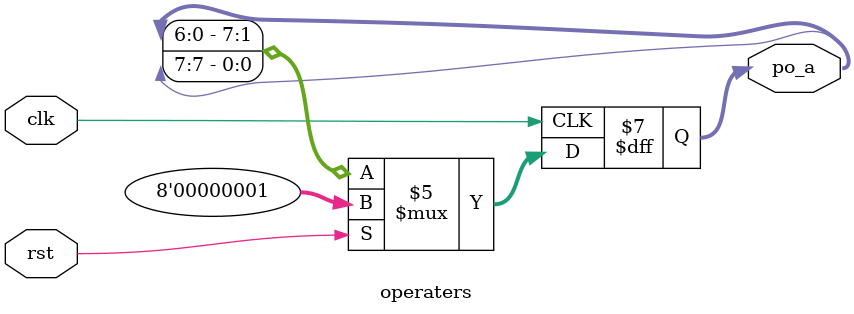
<source format=v>
module operaters(
input wire clk,
input wire rst,//复位
output reg [7:0] po_a=8'b1
	);
/*
always @(posedge clk) begin
	if (rst==1'b1)
	po_a <= 8'b0000_0001;
	else if  (po_a != 8'b1000_0000)
	po_a<= po_a<<1;
	else 
	po_a<= 8'b0000_0001;
end
*/
always @(posedge clk) begin
	if (rst==1'b1)
	po_a <= 8'b0000_0001;
	else 
	po_a <= {po_a[6:0],po_a[7]};
end

endmodule
</source>
